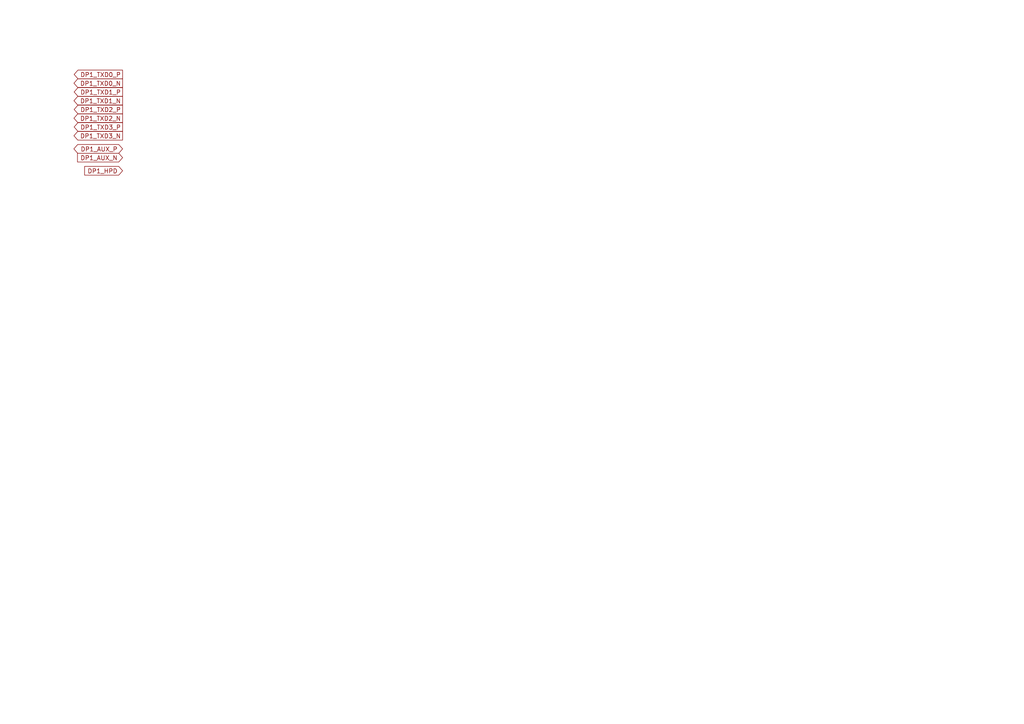
<source format=kicad_sch>
(kicad_sch (version 20211123) (generator eeschema)
  (paper "A4")
  (lib_symbols)
  (global_label "DP1_AUX_P" (shape bidirectional) (at 35.56 43.18 180) (property "Intersheet References" "${INTERSHEET_REFS}" (effects hide)))
  (global_label "DP1_TXD3_P" (shape output) (at 35.56 36.83 180) (property "Intersheet References" "${INTERSHEET_REFS}" (effects hide)))
  (global_label "DP1_TXD2_N" (shape output) (at 35.56 34.29 180) (property "Intersheet References" "${INTERSHEET_REFS}" (effects hide)))
  (global_label "DP1_TXD2_P" (shape output) (at 35.56 31.75 180) (property "Intersheet References" "${INTERSHEET_REFS}" (effects hide)))
  (global_label "DP1_AUX_N" (shape input) (at 35.56 45.72 180) (property "Intersheet References" "${INTERSHEET_REFS}" (effects hide)))
  (global_label "DP1_TXD3_N" (shape output) (at 35.56 39.37 180) (property "Intersheet References" "${INTERSHEET_REFS}" (effects hide)))
  (global_label "DP1_TXD1_N" (shape output) (at 35.56 29.21 180) (property "Intersheet References" "${INTERSHEET_REFS}" (effects hide)))
  (global_label "DP1_TXD1_P" (shape output) (at 35.56 26.67 180) (property "Intersheet References" "${INTERSHEET_REFS}" (effects hide)))
  (global_label "DP1_HPD" (shape input) (at 35.56 49.53 180) (property "Intersheet References" "${INTERSHEET_REFS}" (effects hide)))
  (global_label "DP1_TXD0_N" (shape output) (at 35.56 24.13 180) (property "Intersheet References" "${INTERSHEET_REFS}" (effects hide)))
  (global_label "DP1_TXD0_P" (shape output) (at 35.56 21.59 180) (property "Intersheet References" "${INTERSHEET_REFS}" (effects hide)))
)
</source>
